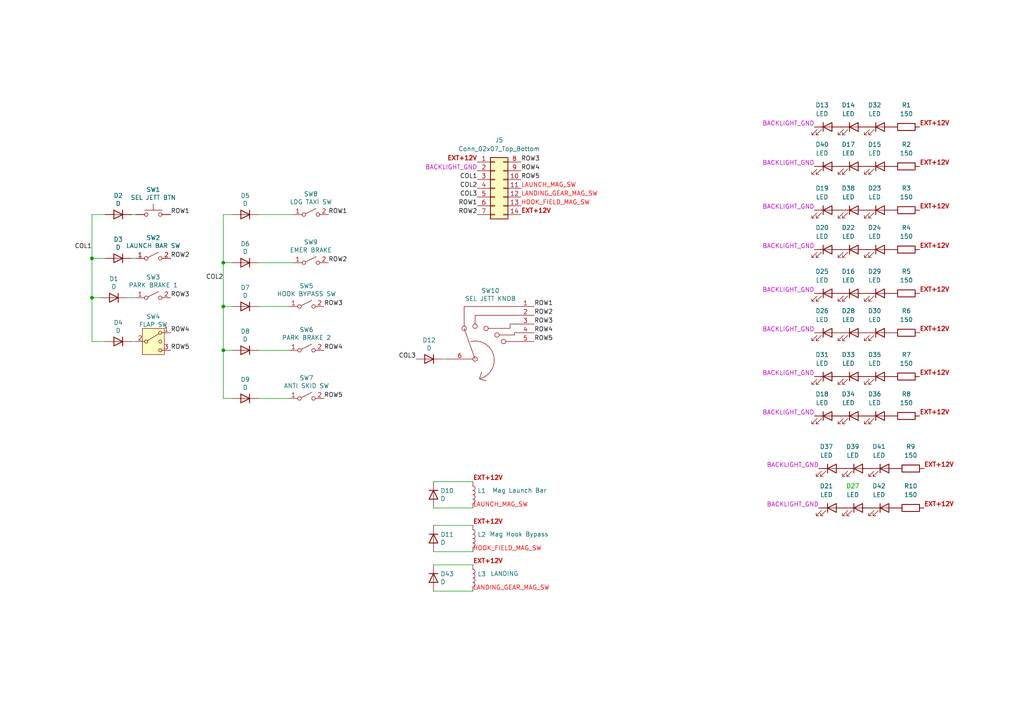
<source format=kicad_sch>
(kicad_sch (version 20231120) (generator "eeschema") (generator_version "8.0")
  (paper "A4")
  (lib_symbols
    (symbol "Connector_Generic:Conn_02x07_Top_Bottom" (pin_names (offset 1.016) hide)
      (property "Reference" "J" (at 1.27 10.16 0))
      (property "Value" "Conn_02x07_Top_Bottom" (at 1.27 -10.16 0))
      (symbol "Conn_02x07_Top_Bottom_1_1"
        (rectangle (start -1.27 -7.493) (end 0 -7.747) (stroke (width 0.1524)))
        (rectangle (start -1.27 -4.953) (end 0 -5.207) (stroke (width 0.1524)))
        (rectangle (start -1.27 -2.413) (end 0 -2.667) (stroke (width 0.1524)))
        (rectangle (start -1.27 0.127) (end 0 -0.127) (stroke (width 0.1524)))
        (rectangle (start -1.27 2.667) (end 0 2.413) (stroke (width 0.1524)))
        (rectangle (start -1.27 5.207) (end 0 4.953) (stroke (width 0.1524)))
        (rectangle (start -1.27 7.747) (end 0 7.493) (stroke (width 0.1524)))
        (rectangle (start -1.27 8.89) (end 3.81 -8.89) (stroke (width 0.254)) (fill (type background)))
        (rectangle (start 3.81 -7.493) (end 2.54 -7.747) (stroke (width 0.1524)))
        (rectangle (start 3.81 -4.953) (end 2.54 -5.207) (stroke (width 0.1524)))
        (rectangle (start 3.81 -2.413) (end 2.54 -2.667) (stroke (width 0.1524)))
        (rectangle (start 3.81 0.127) (end 2.54 -0.127) (stroke (width 0.1524)))
        (rectangle (start 3.81 2.667) (end 2.54 2.413) (stroke (width 0.1524)))
        (rectangle (start 3.81 5.207) (end 2.54 4.953) (stroke (width 0.1524)))
        (rectangle (start 3.81 7.747) (end 2.54 7.493) (stroke (width 0.1524)))
        (pin passive line (at -5.08 7.62 0) (length 3.81) (name "Pin_1") (number "1"))
        (pin passive line (at 7.62 2.54 180) (length 3.81) (name "Pin_10") (number "10"))
        (pin passive line (at 7.62 0 180) (length 3.81) (name "Pin_11") (number "11"))
        (pin passive line (at 7.62 -2.54 180) (length 3.81) (name "Pin_12") (number "12"))
        (pin passive line (at 7.62 -5.08 180) (length 3.81) (name "Pin_13") (number "13"))
        (pin passive line (at 7.62 -7.62 180) (length 3.81) (name "Pin_14") (number "14"))
        (pin passive line (at -5.08 5.08 0) (length 3.81) (name "Pin_2") (number "2"))
        (pin passive line (at -5.08 2.54 0) (length 3.81) (name "Pin_3") (number "3"))
        (pin passive line (at -5.08 0 0) (length 3.81) (name "Pin_4") (number "4"))
        (pin passive line (at -5.08 -2.54 0) (length 3.81) (name "Pin_5") (number "5"))
        (pin passive line (at -5.08 -5.08 0) (length 3.81) (name "Pin_6") (number "6"))
        (pin passive line (at -5.08 -7.62 0) (length 3.81) (name "Pin_7") (number "7"))
        (pin passive line (at 7.62 7.62 180) (length 3.81) (name "Pin_8") (number "8"))
        (pin passive line (at 7.62 5.08 180) (length 3.81) (name "Pin_9") (number "9"))
      )
    )
    (symbol "Device:D" (pin_numbers hide) (pin_names (offset 1.016) hide)
      (property "Reference" "D" (at 0 2.54 0))
      (property "Value" "D" (at 0 -2.54 0))
      (symbol "D_0_1"
        (polyline (pts (xy -1.27 1.27) (xy -1.27 -1.27)) (stroke (width 0.254)))
        (polyline (pts (xy 1.27 0) (xy -1.27 0)))
        (polyline (pts (xy 1.27 1.27) (xy 1.27 -1.27) (xy -1.27 0) (xy 1.27 1.27)) (stroke (width 0.254)))
      )
      (symbol "D_1_1"
        (pin passive line (at -3.81 0 0) (length 2.54) (name "K") (number "1"))
        (pin passive line (at 3.81 0 180) (length 2.54) (name "A") (number "2"))
      )
    )
    (symbol "Device:L" (pin_numbers hide) (pin_names (offset 1.016) hide)
      (property "Reference" "L" (at -1.27 0 90))
      (property "Value" "L" (at 1.905 0 90))
      (symbol "L_0_1"
        (arc (start 0 -2.54) (mid 0.6323 -1.905) (end 0 -1.27))
        (arc (start 0 -1.27) (mid 0.6323 -0.635) (end 0 0))
        (arc (start 0 0) (mid 0.6323 0.635) (end 0 1.27))
        (arc (start 0 1.27) (mid 0.6323 1.905) (end 0 2.54))
      )
      (symbol "L_1_1"
        (pin passive line (at 0 3.81 270) (length 1.27) (name "1") (number "1"))
        (pin passive line (at 0 -3.81 90) (length 1.27) (name "2") (number "2"))
      )
    )
    (symbol "Device:LED" (pin_numbers hide) (pin_names (offset 1.016) hide)
      (property "Reference" "D" (at 0 2.54 0))
      (property "Value" "LED" (at 0 -2.54 0))
      (symbol "LED_0_1"
        (polyline (pts (xy -1.27 -1.27) (xy -1.27 1.27)) (stroke (width 0.254)))
        (polyline (pts (xy -1.27 0) (xy 1.27 0)))
        (polyline (pts (xy 1.27 -1.27) (xy 1.27 1.27) (xy -1.27 0) (xy 1.27 -1.27)) (stroke (width 0.254)))
        (polyline (pts (xy -3.048 -0.762) (xy -4.572 -2.286) (xy -3.81 -2.286) (xy -4.572 -2.286) (xy -4.572 -1.524)))
        (polyline (pts (xy -1.778 -0.762) (xy -3.302 -2.286) (xy -2.54 -2.286) (xy -3.302 -2.286) (xy -3.302 -1.524)))
      )
      (symbol "LED_1_1"
        (pin passive line (at -3.81 0 0) (length 2.54) (name "K") (number "1"))
        (pin passive line (at 3.81 0 180) (length 2.54) (name "A") (number "2"))
      )
    )
    (symbol "Device:R" (pin_numbers hide) (pin_names (offset 0))
      (property "Reference" "R" (at 2.032 0 90))
      (property "Value" "R" (at 0 0 90))
      (symbol "R_0_1"
        (rectangle (start -1.016 -2.54) (end 1.016 2.54) (stroke (width 0.254)))
      )
      (symbol "R_1_1"
        (pin passive line (at 0 3.81 270) (length 1.27) (name "~") (number "1"))
        (pin passive line (at 0 -3.81 90) (length 1.27) (name "~") (number "2"))
      )
    )
    (symbol "Diode:1N4001" (pin_numbers hide) (pin_names hide)
      (property "Reference" "D" (at 0 2.54 0))
      (property "Value" "1N4001" (at 0 -2.54 0))
      (symbol "1N4001_0_1"
        (polyline (pts (xy -1.27 1.27) (xy -1.27 -1.27)) (stroke (width 0.254)))
        (polyline (pts (xy 1.27 0) (xy -1.27 0)))
        (polyline (pts (xy 1.27 1.27) (xy 1.27 -1.27) (xy -1.27 0) (xy 1.27 1.27)) (stroke (width 0.254)))
      )
      (symbol "1N4001_1_1"
        (pin passive line (at -3.81 0 0) (length 2.54) (name "K") (number "1"))
        (pin passive line (at 3.81 0 180) (length 2.54) (name "A") (number "2"))
      )
    )
    (symbol "PT_Symbol_Library_v001:SW_Rotary5" (pin_names (offset 1.016) hide)
      (property "Reference" "SW" (at 0 17.78 0))
      (property "Value" "PT_Symbol_Library_v001_SW_Rotary5" (at 0 -9.525 0))
      (symbol "SW_Rotary5_0_0"
        (circle (center -10.16 8.89) (radius 0.635))
        (circle (center -6.985 0) (radius 0.635))
        (circle (center -6.985 9.525) (radius 0.635))
        (arc (start -5.715 -5.715) (mid -1.5995 0.937) (end -8.255 5.08))
        (circle (center -3.81 8.89) (radius 0.635))
        (circle (center -0.635 6.985) (radius 0.635))
        (polyline (pts (xy -6.985 0) (xy -10.16 8.89)))
        (polyline (pts (xy -5.715 -5.715) (xy -5.08 -3.81)))
        (polyline (pts (xy -5.715 -5.715) (xy -3.81 -6.35)))
        (polyline (pts (xy 1.905 5.08) (xy 5.08 5.08)))
        (polyline (pts (xy -10.16 9.525) (xy -10.16 15.24) (xy 5.08 15.24)))
        (polyline (pts (xy -6.985 10.16) (xy -6.985 12.7) (xy 5.08 12.7)))
        (polyline (pts (xy -3.175 8.89) (xy 3.175 8.89) (xy 3.175 10.16) (xy 5.08 10.16)))
        (polyline (pts (xy 0 6.985) (xy 4.445 6.985) (xy 4.445 7.62) (xy 5.08 7.62)))
        (circle (center 1.27 5.08) (radius 0.635))
      )
      (symbol "SW_Rotary5_0_1"
        (pin passive line (at 10.16 15.24 180) (length 5.08) (name "1") (number "1"))
        (pin passive line (at 10.16 12.7 180) (length 5.08) (name "2") (number "2"))
        (pin passive line (at 10.16 10.16 180) (length 5.08) (name "3") (number "3"))
        (pin passive line (at 10.16 7.62 180) (length 5.08) (name "4") (number "4"))
        (pin passive line (at 10.16 5.08 180) (length 5.08) (name "5") (number "5"))
        (pin passive line (at -15.24 0 0) (length 7.62) (name "6") (number "6"))
      )
    )
    (symbol "Switch:SW_Push" (pin_numbers hide) (pin_names (offset 1.016) hide)
      (property "Reference" "SW" (at 1.27 2.54 0))
      (property "Value" "SW_Push" (at 0 -1.524 0))
      (symbol "SW_Push_0_1"
        (circle (center -2.032 0) (radius 0.508))
        (polyline (pts (xy 0 1.27) (xy 0 3.048)))
        (polyline (pts (xy 2.54 1.27) (xy -2.54 1.27)))
        (circle (center 2.032 0) (radius 0.508))
        (pin passive line (at -5.08 0 0) (length 2.54) (name "1") (number "1"))
        (pin passive line (at 5.08 0 180) (length 2.54) (name "2") (number "2"))
      )
    )
    (symbol "Switch:SW_SPDT_MSM" (pin_names (offset 0) hide)
      (property "Reference" "SW" (at 0 5.08 0))
      (property "Value" "SW_SPDT_MSM" (at 0 -5.08 0))
      (symbol "SW_SPDT_MSM_0_1"
        (circle (center -2.032 0) (radius 0.4572))
        (polyline (pts (xy -1.651 0.254) (xy 1.651 2.286)))
        (circle (center 2.032 -2.54) (radius 0.4572))
        (circle (center 2.032 0) (radius 0.4572))
        (circle (center 2.032 2.54) (radius 0.4572))
      )
      (symbol "SW_SPDT_MSM_1_1"
        (rectangle (start -3.175 3.81) (end 3.175 -3.81) (fill (type background)))
        (pin passive line (at 5.08 2.54 180) (length 2.54) (name "1") (number "1"))
        (pin passive line (at -5.08 0 0) (length 2.54) (name "3") (number "2"))
        (pin passive line (at 5.08 -2.54 180) (length 2.54) (name "4") (number "3"))
      )
    )
    (symbol "Switch:SW_SPST" (pin_names (offset 0) hide)
      (property "Reference" "SW" (at 0 3.175 0))
      (property "Value" "SW_SPST" (at 0 -2.54 0))
      (symbol "SW_SPST_0_0"
        (circle (center -2.032 0) (radius 0.508))
        (polyline (pts (xy -1.524 0.254) (xy 1.524 1.778)))
        (circle (center 2.032 0) (radius 0.508))
      )
      (symbol "SW_SPST_1_1"
        (pin passive line (at -5.08 0 0) (length 2.54) (name "A") (number "1"))
        (pin passive line (at 5.08 0 180) (length 2.54) (name "B") (number "2"))
      )
    )
  )
  (junction (at 26.67 86.36))
  (junction (at 64.77 76.2))
  (junction (at 64.77 101.6))
  (junction (at 26.67 74.93))
  (junction (at 64.77 88.9))
  (wire (pts (xy 85.09 76.2) (xy 74.93 76.2)))
  (wire (pts (xy 64.77 101.6) (xy 67.31 101.6)))
  (wire (pts (xy 129.54 104.14) (xy 128.27 104.14)))
  (wire (pts (xy 64.77 76.2) (xy 64.77 88.9)))
  (wire (pts (xy 137.16 171.45) (xy 125.73 171.45)))
  (wire (pts (xy 64.77 88.9) (xy 64.77 101.6)))
  (wire (pts (xy 85.09 62.23) (xy 74.93 62.23)))
  (wire (pts (xy 64.77 115.57) (xy 67.31 115.57)))
  (wire (pts (xy 39.37 86.36) (xy 36.83 86.36)))
  (wire (pts (xy 67.31 76.2) (xy 64.77 76.2)))
  (wire (pts (xy 137.16 139.7) (xy 125.73 139.7)))
  (wire (pts (xy 67.31 88.9) (xy 64.77 88.9)))
  (wire (pts (xy 30.48 62.23) (xy 26.67 62.23)))
  (wire (pts (xy 83.82 88.9) (xy 74.93 88.9)))
  (wire (pts (xy 67.31 62.23) (xy 64.77 62.23)))
  (wire (pts (xy 125.73 147.32) (xy 137.16 147.32)))
  (wire (pts (xy 125.73 163.83) (xy 137.16 163.83)))
  (wire (pts (xy 125.73 152.4) (xy 137.16 152.4)))
  (wire (pts (xy 26.67 99.06) (xy 30.48 99.06)))
  (wire (pts (xy 26.67 74.93) (xy 26.67 86.36)))
  (wire (pts (xy 26.67 86.36) (xy 29.21 86.36)))
  (wire (pts (xy 26.67 62.23) (xy 26.67 74.93)))
  (wire (pts (xy 137.16 160.02) (xy 125.73 160.02)))
  (wire (pts (xy 64.77 101.6) (xy 64.77 115.57)))
  (wire (pts (xy 26.67 86.36) (xy 26.67 99.06)))
  (wire (pts (xy 39.37 62.23) (xy 38.1 62.23)))
  (wire (pts (xy 83.82 101.6) (xy 74.93 101.6)))
  (wire (pts (xy 39.37 99.06) (xy 38.1 99.06)))
  (wire (pts (xy 39.37 74.93) (xy 38.1 74.93)))
  (wire (pts (xy 83.82 115.57) (xy 74.93 115.57)))
  (wire (pts (xy 30.48 74.93) (xy 26.67 74.93)))
  (wire (pts (xy 64.77 62.23) (xy 64.77 76.2)))
  (label "ROW1" (at 154.94 88.9 0))
  (label "COL3" (at 138.43 57.15 180))
  (label "ROW3" (at 154.94 93.98 0))
  (label "ROW3" (at 151.13 46.99 0))
  (label "BACKLIGHT_GND" (at 236.22 36.83 180))
  (label "COL2" (at 138.43 54.61 180))
  (label "EXT+12V" (at 138.43 46.99 180) (effects (font (thickness 0.254) (bold yes))))
  (label "ROW1" (at 95.25 62.23 0))
  (label "BACKLIGHT_GND" (at 236.22 109.22 180))
  (label "BACKLIGHT_GND" (at 236.22 48.26 180))
  (label "ROW2" (at 49.53 74.93 0))
  (label "EXT+12V" (at 266.7 48.26 0) (effects (font (thickness 0.254) (bold yes))))
  (label "ROW1" (at 138.43 59.69 180))
  (label "LAUNCH_MAG_SW" (at 151.13 54.61 0))
  (label "ROW3" (at 93.98 88.9 0))
  (label "BACKLIGHT_GND" (at 236.22 85.09 180))
  (label "ROW4" (at 93.98 101.6 0))
  (label "ROW4" (at 49.53 96.52 0))
  (label "ROW2" (at 95.25 76.2 0))
  (label "EXT+12V" (at 137.16 152.4 0) (effects (font (thickness 0.254) (bold yes))))
  (label "EXT+12V" (at 137.16 163.83 0) (effects (font (thickness 0.254) (bold yes))))
  (label "ROW5" (at 49.53 101.6 0))
  (label "EXT+12V" (at 266.7 96.52 0) (effects (font (thickness 0.254) (bold yes))))
  (label "EXT+12V" (at 151.13 62.23 0) (effects (font (thickness 0.254) (bold yes))))
  (label "EXT+12V" (at 137.16 139.7 0) (effects (font (thickness 0.254) (bold yes))))
  (label "HOOK_FIELD_MAG_SW" (at 151.13 59.69 0))
  (label "ROW4" (at 151.13 49.53 0))
  (label "LANDING_GEAR_MAG_SW" (at 137.16 171.45 0))
  (label "COL3" (at 120.65 104.14 180))
  (label "EXT+12V" (at 266.7 60.96 0) (effects (font (thickness 0.254) (bold yes))))
  (label "BACKLIGHT_GND" (at 138.43 49.53 180))
  (label "BACKLIGHT_GND" (at 236.22 96.52 180))
  (label "BACKLIGHT_GND" (at 237.49 147.32 180))
  (label "ROW2" (at 138.43 62.23 180))
  (label "BACKLIGHT_GND" (at 236.22 120.65 180))
  (label "EXT+12V" (at 266.7 36.83 0) (effects (font (thickness 0.254) (bold yes))))
  (label "EXT+12V" (at 267.97 135.89 0) (effects (font (thickness 0.254) (bold yes))))
  (label "BACKLIGHT_GND" (at 237.49 135.89 180))
  (label "EXT+12V" (at 267.97 147.32 0) (effects (font (thickness 0.254) (bold yes))))
  (label "EXT+12V" (at 266.7 120.65 0) (effects (font (thickness 0.254) (bold yes))))
  (label "EXT+12V" (at 266.7 85.09 0) (effects (font (thickness 0.254) (bold yes))))
  (label "COL1" (at 138.43 52.07 180))
  (label "HOOK_FIELD_MAG_SW" (at 137.16 160.02 0))
  (label "ROW2" (at 154.94 91.44 0))
  (label "LANDING_GEAR_MAG_SW" (at 151.13 57.15 0))
  (label "ROW5" (at 154.94 99.06 0))
  (label "COL2" (at 64.77 81.28 180))
  (label "ROW4" (at 154.94 96.52 0))
  (label "EXT+12V" (at 266.7 72.39 0) (effects (font (thickness 0.254) (bold yes))))
  (label "ROW5" (at 93.98 115.57 0))
  (label "COL1" (at 26.67 72.39 180))
  (label "ROW5" (at 151.13 52.07 0))
  (label "BACKLIGHT_GND" (at 236.22 60.96 180))
  (label "ROW3" (at 49.53 86.36 0))
  (label "BACKLIGHT_GND" (at 236.22 72.39 180))
  (label "EXT+12V" (at 266.7 109.22 0) (effects (font (thickness 0.254) (bold yes))))
  (label "ROW1" (at 49.53 62.23 0))
  (label "LAUNCH_MAG_SW" (at 137.16 147.32 0))
  (symbol (lib_id "Device:D") (at 34.29 74.93 0) (mirror y) (unit 1)
    (property "Reference" "D3" (at 34.29 69.4436 0))
    (property "Value" "D" (at 34.29 71.755 0))
    (property "Footprint" "Library:D_A-405_P7.62mm_Horizontal-SIGNAL" (effects (hide yes)))
  )
  (symbol (lib_id "Device:LED") (at 247.65 72.39 0) (unit 1)
    (property "Reference" "D22" (at 246.0625 66.04 0))
    (property "Value" "LED" (at 246.0625 68.58 0))
    (property "Footprint" "LED_THT:LED_D3.0mm_FlatTop" (effects (hide yes)))
  )
  (symbol (lib_id "Device:LED") (at 255.27 60.96 0) (unit 1)
    (property "Reference" "D23" (at 253.6825 54.61 0))
    (property "Value" "LED" (at 253.6825 57.15 0))
    (property "Footprint" "LED_THT:LED_D3.0mm_FlatTop" (effects (hide yes)))
  )
  (symbol (lib_id "Device:LED") (at 255.27 48.26 0) (unit 1)
    (property "Reference" "D15" (at 253.6825 41.91 0))
    (property "Value" "LED" (at 253.6825 44.45 0))
    (property "Footprint" "LED_THT:LED_D3.0mm_FlatTop" (effects (hide yes)))
  )
  (symbol (lib_id "Device:LED") (at 240.03 60.96 0) (unit 1)
    (property "Reference" "D19" (at 238.4425 54.61 0))
    (property "Value" "LED" (at 238.4425 57.15 0))
    (property "Footprint" "LED_THT:LED_D3.0mm_FlatTop" (effects (hide yes)))
  )
  (symbol (lib_id "Device:R") (at 262.89 48.26 90) (unit 1)
    (property "Reference" "R2" (at 262.89 41.91 90))
    (property "Value" "150" (at 262.89 44.45 90))
    (property "Footprint" "Resistor_THT:R_Axial_DIN0204_L3.6mm_D1.6mm_P7.62mm_Horizontal" (effects (hide yes)))
  )
  (symbol (lib_id "Device:LED") (at 255.27 85.09 0) (unit 1)
    (property "Reference" "D29" (at 253.6825 78.74 0))
    (property "Value" "LED" (at 253.6825 81.28 0))
    (property "Footprint" "LED_THT:LED_D3.0mm_FlatTop" (effects (hide yes)))
  )
  (symbol (lib_id "Device:LED") (at 247.65 36.83 0) (unit 1)
    (property "Reference" "D14" (at 246.0625 30.48 0))
    (property "Value" "LED" (at 246.0625 33.02 0))
    (property "Footprint" "LED_THT:LED_D3.0mm_FlatTop" (effects (hide yes)))
  )
  (symbol (lib_id "Device:LED") (at 256.54 135.89 0) (unit 1)
    (property "Reference" "D41" (at 254.9525 129.54 0))
    (property "Value" "LED" (at 254.9525 132.08 0))
    (property "Footprint" "LED_THT:LED_D3.0mm_FlatTop" (effects (hide yes)))
  )
  (symbol (lib_id "Device:D") (at 34.29 99.06 0) (mirror y) (unit 1)
    (property "Reference" "D4" (at 34.29 93.5736 0))
    (property "Value" "D" (at 34.29 95.885 0))
    (property "Footprint" "Library:D_A-405_P7.62mm_Horizontal-SIGNAL" (effects (hide yes)))
  )
  (symbol (lib_id "Device:LED") (at 240.03 36.83 0) (unit 1)
    (property "Reference" "D13" (at 238.4425 30.48 0))
    (property "Value" "LED" (at 238.4425 33.02 0))
    (property "Footprint" "LED_THT:LED_D3.0mm_FlatTop" (effects (hide yes)))
  )
  (symbol (lib_id "Device:LED") (at 255.27 72.39 0) (unit 1)
    (property "Reference" "D24" (at 253.6825 66.04 0))
    (property "Value" "LED" (at 253.6825 68.58 0))
    (property "Footprint" "LED_THT:LED_D3.0mm_FlatTop" (effects (hide yes)))
  )
  (symbol (lib_id "Device:L") (at 137.16 167.64 0) (unit 1)
    (property "Reference" "L3" (at 138.5062 166.4716 0) (effects (justify left)))
    (property "Value" "LANDING" (at 142.24 166.37 0) (effects (justify left)))
    (property "Footprint" "Connector_JST:JST_XH_B2B-XH-A_1x02_P2.50mm_Vertical" (effects (hide yes)))
  )
  (symbol (lib_id "Switch:SW_Push") (at 44.45 62.23 0) (unit 1)
    (property "Reference" "SW1" (at 44.45 54.991 0))
    (property "Value" "SEL JETT BTN" (at 44.45 57.3024 0))
    (property "Footprint" "Connector_JST:JST_XH_B2B-XH-A_1x02_P2.50mm_Vertical" (effects (hide yes)))
  )
  (symbol (lib_id "Device:R") (at 262.89 96.52 90) (unit 1)
    (property "Reference" "R6" (at 262.89 90.17 90))
    (property "Value" "150" (at 262.89 92.71 90))
    (property "Footprint" "Resistor_THT:R_Axial_DIN0204_L3.6mm_D1.6mm_P7.62mm_Horizontal" (effects (hide yes)))
  )
  (symbol (lib_id "Device:R") (at 264.16 135.89 90) (unit 1)
    (property "Reference" "R9" (at 264.16 129.54 90))
    (property "Value" "150" (at 264.16 132.08 90))
    (property "Footprint" "Resistor_THT:R_Axial_DIN0204_L3.6mm_D1.6mm_P7.62mm_Horizontal" (effects (hide yes)))
  )
  (symbol (lib_id "Device:LED") (at 255.27 96.52 0) (unit 1)
    (property "Reference" "D30" (at 253.6825 90.17 0))
    (property "Value" "LED" (at 253.6825 92.71 0))
    (property "Footprint" "LED_THT:LED_D3.0mm_FlatTop" (effects (hide yes)))
  )
  (symbol (lib_id "Device:LED") (at 255.27 109.22 0) (unit 1)
    (property "Reference" "D35" (at 253.6825 102.87 0))
    (property "Value" "LED" (at 253.6825 105.41 0))
    (property "Footprint" "LED_THT:LED_D3.0mm_FlatTop" (effects (hide yes)))
  )
  (symbol (lib_id "Device:LED") (at 248.92 147.32 0) (unit 1)
    (property "Reference" "D27" (at 247.3325 140.97 0))
    (property "Value" "LED" (at 247.3325 143.51 0))
    (property "Footprint" "LED_THT:LED_D3.0mm_FlatTop" (effects (hide yes)))
  )
  (symbol (lib_id "Device:D") (at 33.02 86.36 0) (mirror y) (unit 1)
    (property "Reference" "D1" (at 33.02 80.8736 0))
    (property "Value" "D" (at 33.02 83.185 0))
    (property "Footprint" "Library:D_A-405_P7.62mm_Horizontal-SIGNAL" (effects (hide yes)))
  )
  (symbol (lib_id "Device:D") (at 34.29 62.23 0) (mirror y) (unit 1)
    (property "Reference" "D2" (at 34.29 56.7436 0))
    (property "Value" "D" (at 34.29 59.055 0))
    (property "Footprint" "Library:D_A-405_P7.62mm_Horizontal-SIGNAL" (effects (hide yes)))
  )
  (symbol (lib_id "Device:D") (at 71.12 101.6 0) (mirror y) (unit 1)
    (property "Reference" "D8" (at 71.12 96.1136 0))
    (property "Value" "D" (at 71.12 98.425 0))
    (property "Footprint" "Library:D_A-405_P7.62mm_Horizontal-SIGNAL" (effects (hide yes)))
  )
  (symbol (lib_id "Switch:SW_SPST") (at 44.45 86.36 0) (unit 1)
    (property "Reference" "SW3" (at 44.45 80.391 0))
    (property "Value" "PARK BRAKE 1" (at 44.45 82.7024 0))
    (property "Footprint" "Connector_JST:JST_XH_B2B-XH-A_1x02_P2.50mm_Vertical" (effects (hide yes)))
  )
  (symbol (lib_id "Diode:1N4001") (at 125.73 167.64 90) (mirror x) (unit 1)
    (property "Reference" "D43" (at 127.7366 166.4716 90) (effects (justify right)))
    (property "Value" "D" (at 127.7366 168.783 90) (effects (justify right)))
    (property "Footprint" "Diode_THT:D_DO-41_SOD81_P10.16mm_Horizontal" (effects (hide yes)))
    (property "Datasheet" "http://www.vishay.com/docs/88503/1n4001.pdf" (effects (hide yes)))
  )
  (symbol (lib_id "Device:LED") (at 247.65 48.26 0) (unit 1)
    (property "Reference" "D17" (at 246.0625 41.91 0))
    (property "Value" "LED" (at 246.0625 44.45 0))
    (property "Footprint" "LED_THT:LED_D3.0mm_FlatTop" (effects (hide yes)))
  )
  (symbol (lib_id "Device:LED") (at 240.03 120.65 0) (unit 1)
    (property "Reference" "D18" (at 238.4425 114.3 0))
    (property "Value" "LED" (at 238.4425 116.84 0))
    (property "Footprint" "LED_THT:LED_D3.0mm_FlatTop" (effects (hide yes)))
  )
  (symbol (lib_id "PT_Symbol_Library_v001:SW_Rotary5") (at 144.78 104.14 0) (unit 1)
    (property "Reference" "SW10" (at 142.24 84.3026 0))
    (property "Value" "SEL JETT KNOB" (at 142.24 86.614 0))
    (property "Footprint" "Connector_JST:JST_XH_B6B-XH-A_1x06_P2.50mm_Vertical" (effects (hide yes)))
    (property "Datasheet" "http://cdn-reichelt.de/documents/datenblatt/C200/DS-Serie%23LOR.pdf" (effects (hide yes)))
  )
  (symbol (lib_id "Switch:SW_SPST") (at 90.17 76.2 0) (unit 1)
    (property "Reference" "SW9" (at 90.17 70.231 0))
    (property "Value" "EMER BRAKE" (at 90.17 72.5424 0))
    (property "Footprint" "Connector_JST:JST_XH_B2B-XH-A_1x02_P2.50mm_Vertical" (effects (hide yes)))
  )
  (symbol (lib_id "Device:LED") (at 240.03 96.52 0) (unit 1)
    (property "Reference" "D26" (at 238.4425 90.17 0))
    (property "Value" "LED" (at 238.4425 92.71 0))
    (property "Footprint" "LED_THT:LED_D3.0mm_FlatTop" (effects (hide yes)))
  )
  (symbol (lib_id "Device:R") (at 262.89 109.22 90) (unit 1)
    (property "Reference" "R7" (at 262.89 102.87 90))
    (property "Value" "150" (at 262.89 105.41 90))
    (property "Footprint" "Resistor_THT:R_Axial_DIN0204_L3.6mm_D1.6mm_P7.62mm_Horizontal" (effects (hide yes)))
  )
  (symbol (lib_id "Device:LED") (at 255.27 36.83 0) (unit 1)
    (property "Reference" "D32" (at 253.6825 30.48 0))
    (property "Value" "LED" (at 253.6825 33.02 0))
    (property "Footprint" "LED_THT:LED_D3.0mm_FlatTop" (effects (hide yes)))
  )
  (symbol (lib_id "Device:L") (at 137.16 143.51 0) (unit 1)
    (property "Reference" "L1" (at 138.4808 142.3416 0) (effects (justify left)))
    (property "Value" "Mag Launch Bar" (at 142.748 142.24 0) (effects (justify left)))
    (property "Footprint" "Connector_JST:JST_XH_B2B-XH-A_1x02_P2.50mm_Vertical" (effects (hide yes)))
  )
  (symbol (lib_id "Device:LED") (at 240.03 48.26 0) (unit 1)
    (property "Reference" "D40" (at 238.4425 41.91 0))
    (property "Value" "LED" (at 238.4425 44.45 0))
    (property "Footprint" "LED_THT:LED_D3.0mm_FlatTop" (effects (hide yes)))
  )
  (symbol (lib_id "Device:LED") (at 248.92 135.89 0) (unit 1)
    (property "Reference" "D39" (at 247.3325 129.54 0))
    (property "Value" "LED" (at 247.3325 132.08 0))
    (property "Footprint" "LED_THT:LED_D3.0mm_FlatTop" (effects (hide yes)))
  )
  (symbol (lib_id "Device:LED") (at 256.54 147.32 0) (unit 1)
    (property "Reference" "D42" (at 254.9525 140.97 0))
    (property "Value" "LED" (at 254.9525 143.51 0))
    (property "Footprint" "LED_THT:LED_D3.0mm_FlatTop" (effects (hide yes)))
  )
  (symbol (lib_id "Switch:SW_SPDT_MSM") (at 44.45 99.06 0) (unit 1)
    (property "Reference" "SW4" (at 44.45 91.821 0))
    (property "Value" "FLAP SW" (at 44.45 94.1324 0))
    (property "Footprint" "Connector_JST:JST_XH_B3B-XH-A_1x03_P2.50mm_Vertical" (effects (hide yes)))
  )
  (symbol (lib_id "Device:D") (at 71.12 115.57 0) (mirror y) (unit 1)
    (property "Reference" "D9" (at 71.12 110.0836 0))
    (property "Value" "D" (at 71.12 112.395 0))
    (property "Footprint" "Library:D_A-405_P7.62mm_Horizontal-SIGNAL" (effects (hide yes)))
  )
  (symbol (lib_id "Device:LED") (at 240.03 85.09 0) (unit 1)
    (property "Reference" "D25" (at 238.4425 78.74 0))
    (property "Value" "LED" (at 238.4425 81.28 0))
    (property "Footprint" "LED_THT:LED_D3.0mm_FlatTop" (effects (hide yes)))
  )
  (symbol (lib_id "Device:D") (at 71.12 62.23 0) (mirror y) (unit 1)
    (property "Reference" "D5" (at 71.12 56.7436 0))
    (property "Value" "D" (at 71.12 59.055 0))
    (property "Footprint" "Library:D_A-405_P7.62mm_Horizontal-SIGNAL" (effects (hide yes)))
  )
  (symbol (lib_id "Device:R") (at 264.16 147.32 90) (unit 1)
    (property "Reference" "R10" (at 264.16 140.97 90))
    (property "Value" "150" (at 264.16 143.51 90))
    (property "Footprint" "Resistor_THT:R_Axial_DIN0204_L3.6mm_D1.6mm_P7.62mm_Horizontal" (effects (hide yes)))
  )
  (symbol (lib_id "Device:LED") (at 255.27 120.65 0) (unit 1)
    (property "Reference" "D36" (at 253.6825 114.3 0))
    (property "Value" "LED" (at 253.6825 116.84 0))
    (property "Footprint" "LED_THT:LED_D3.0mm_FlatTop" (effects (hide yes)))
  )
  (symbol (lib_id "Device:LED") (at 241.3 147.32 0) (unit 1)
    (property "Reference" "D21" (at 239.7125 140.97 0))
    (property "Value" "LED" (at 239.7125 143.51 0))
    (property "Footprint" "LED_THT:LED_D3.0mm_FlatTop" (effects (hide yes)))
  )
  (symbol (lib_id "Device:LED") (at 247.65 120.65 0) (unit 1)
    (property "Reference" "D34" (at 246.0625 114.3 0))
    (property "Value" "LED" (at 246.0625 116.84 0))
    (property "Footprint" "LED_THT:LED_D3.0mm_FlatTop" (effects (hide yes)))
  )
  (symbol (lib_id "Device:R") (at 262.89 120.65 90) (unit 1)
    (property "Reference" "R8" (at 262.89 114.3 90))
    (property "Value" "150" (at 262.89 116.84 90))
    (property "Footprint" "Resistor_THT:R_Axial_DIN0204_L3.6mm_D1.6mm_P7.62mm_Horizontal" (effects (hide yes)))
  )
  (symbol (lib_id "Switch:SW_SPST") (at 90.17 62.23 0) (unit 1)
    (property "Reference" "SW8" (at 90.17 56.261 0))
    (property "Value" "LDG TAXI SW" (at 90.17 58.5724 0))
    (property "Footprint" "Connector_JST:JST_XH_B2B-XH-A_1x02_P2.50mm_Vertical" (effects (hide yes)))
  )
  (symbol (lib_id "Connector_Generic:Conn_02x07_Top_Bottom") (at 143.51 54.61 0) (unit 1)
    (property "Reference" "J5" (at 144.78 40.64 0))
    (property "Value" "Conn_02x07_Top_Bottom" (at 144.78 43.18 0))
    (property "Footprint" "Connector_IDC:IDC-Header_2x07_P2.54mm_Vertical" (effects (hide yes)))
    (property "Description" "Generic connector, double row, 02x07, top/bottom pin numbering scheme (row 1: 1...pins_per_row, row2: pins_per_row+1 ... num_pins), script generated (kicad-library-utils/schlib/autogen/connector/)" (effects (hide yes)))
  )
  (symbol (lib_id "Device:LED") (at 241.3 135.89 0) (unit 1)
    (property "Reference" "D37" (at 239.7125 129.54 0))
    (property "Value" "LED" (at 239.7125 132.08 0))
    (property "Footprint" "LED_THT:LED_D3.0mm_FlatTop" (effects (hide yes)))
  )
  (symbol (lib_id "Device:R") (at 262.89 85.09 90) (unit 1)
    (property "Reference" "R5" (at 262.89 78.74 90))
    (property "Value" "150" (at 262.89 81.28 90))
    (property "Footprint" "Resistor_THT:R_Axial_DIN0204_L3.6mm_D1.6mm_P7.62mm_Horizontal" (effects (hide yes)))
  )
  (symbol (lib_id "Device:L") (at 137.16 156.21 0) (unit 1)
    (property "Reference" "L2" (at 138.5062 155.0416 0) (effects (justify left)))
    (property "Value" "Mag Hook Bypass" (at 141.986 154.94 0) (effects (justify left)))
    (property "Footprint" "Connector_JST:JST_XH_B2B-XH-A_1x02_P2.50mm_Vertical" (effects (hide yes)))
  )
  (symbol (lib_id "Device:LED") (at 247.65 109.22 0) (unit 1)
    (property "Reference" "D33" (at 246.0625 102.87 0))
    (property "Value" "LED" (at 246.0625 105.41 0))
    (property "Footprint" "LED_THT:LED_D3.0mm_FlatTop" (effects (hide yes)))
  )
  (symbol (lib_id "Device:LED") (at 240.03 109.22 0) (unit 1)
    (property "Reference" "D31" (at 238.4425 102.87 0))
    (property "Value" "LED" (at 238.4425 105.41 0))
    (property "Footprint" "LED_THT:LED_D3.0mm_FlatTop" (effects (hide yes)))
  )
  (symbol (lib_id "Switch:SW_SPST") (at 88.9 115.57 0) (unit 1)
    (property "Reference" "SW7" (at 88.9 109.601 0))
    (property "Value" "ANTI SKID SW" (at 88.9 111.9124 0))
    (property "Footprint" "Connector_JST:JST_XH_B2B-XH-A_1x02_P2.50mm_Vertical" (effects (hide yes)))
  )
  (symbol (lib_id "Diode:1N4001") (at 125.73 156.21 90) (mirror x) (unit 1)
    (property "Reference" "D11" (at 127.7366 155.0416 90) (effects (justify right)))
    (property "Value" "D" (at 127.7366 157.353 90) (effects (justify right)))
    (property "Footprint" "Diode_THT:D_DO-41_SOD81_P10.16mm_Horizontal" (effects (hide yes)))
    (property "Datasheet" "http://www.vishay.com/docs/88503/1n4001.pdf" (effects (hide yes)))
  )
  (symbol (lib_id "Switch:SW_SPST") (at 88.9 88.9 0) (unit 1)
    (property "Reference" "SW5" (at 88.9 82.931 0))
    (property "Value" "HOOK BYPASS SW" (at 88.9 85.2424 0))
    (property "Footprint" "Connector_JST:JST_XH_B2B-XH-A_1x02_P2.50mm_Vertical" (effects (hide yes)))
  )
  (symbol (lib_id "Device:D") (at 124.46 104.14 0) (mirror y) (unit 1)
    (property "Reference" "D12" (at 124.46 98.6536 0))
    (property "Value" "D" (at 124.46 100.965 0))
    (property "Footprint" "Library:D_A-405_P7.62mm_Horizontal-SIGNAL" (effects (hide yes)))
  )
  (symbol (lib_id "Switch:SW_SPST") (at 44.45 74.93 0) (unit 1)
    (property "Reference" "SW2" (at 44.45 68.961 0))
    (property "Value" "LAUNCH BAR SW" (at 44.45 71.2724 0))
    (property "Footprint" "Connector_JST:JST_XH_B2B-XH-A_1x02_P2.50mm_Vertical" (effects (hide yes)))
  )
  (symbol (lib_id "Device:R") (at 262.89 60.96 90) (unit 1)
    (property "Reference" "R3" (at 262.89 54.61 90))
    (property "Value" "150" (at 262.89 57.15 90))
    (property "Footprint" "Resistor_THT:R_Axial_DIN0204_L3.6mm_D1.6mm_P7.62mm_Horizontal" (effects (hide yes)))
  )
  (symbol (lib_id "Device:R") (at 262.89 36.83 90) (unit 1)
    (property "Reference" "R1" (at 262.89 30.48 90))
    (property "Value" "150" (at 262.89 33.02 90))
    (property "Footprint" "Resistor_THT:R_Axial_DIN0204_L3.6mm_D1.6mm_P7.62mm_Horizontal" (effects (hide yes)))
  )
  (symbol (lib_id "Switch:SW_SPST") (at 88.9 101.6 0) (unit 1)
    (property "Reference" "SW6" (at 88.9 95.631 0))
    (property "Value" "PARK BRAKE 2" (at 88.9 97.9424 0))
    (property "Footprint" "Connector_JST:JST_XH_B2B-XH-A_1x02_P2.50mm_Vertical" (effects (hide yes)))
  )
  (symbol (lib_id "Device:D") (at 71.12 88.9 0) (mirror y) (unit 1)
    (property "Reference" "D7" (at 71.12 83.4136 0))
    (property "Value" "D" (at 71.12 85.725 0))
    (property "Footprint" "Library:D_A-405_P7.62mm_Horizontal-SIGNAL" (effects (hide yes)))
  )
  (symbol (lib_id "Diode:1N4001") (at 125.73 143.51 90) (mirror x) (unit 1)
    (property "Reference" "D10" (at 127.7366 142.3416 90) (effects (justify right)))
    (property "Value" "D" (at 127.7366 144.653 90) (effects (justify right)))
    (property "Footprint" "Diode_THT:D_DO-41_SOD81_P10.16mm_Horizontal" (effects (hide yes)))
    (property "Datasheet" "http://www.vishay.com/docs/88503/1n4001.pdf" (effects (hide yes)))
  )
  (symbol (lib_id "Device:D") (at 71.12 76.2 0) (mirror y) (unit 1)
    (property "Reference" "D6" (at 71.12 70.7136 0))
    (property "Value" "D" (at 71.12 73.025 0))
    (property "Footprint" "Library:D_A-405_P7.62mm_Horizontal-SIGNAL" (effects (hide yes)))
  )
  (symbol (lib_id "Device:LED") (at 247.65 60.96 0) (unit 1)
    (property "Reference" "D38" (at 246.0625 54.61 0))
    (property "Value" "LED" (at 246.0625 57.15 0))
    (property "Footprint" "LED_THT:LED_D3.0mm_FlatTop" (effects (hide yes)))
  )
  (symbol (lib_id "Device:LED") (at 247.65 96.52 0) (unit 1)
    (property "Reference" "D28" (at 246.0625 90.17 0))
    (property "Value" "LED" (at 246.0625 92.71 0))
    (property "Footprint" "LED_THT:LED_D3.0mm_FlatTop" (effects (hide yes)))
  )
  (symbol (lib_id "Device:LED") (at 247.65 85.09 0) (unit 1)
    (property "Reference" "D16" (at 246.0625 78.74 0))
    (property "Value" "LED" (at 246.0625 81.28 0))
    (property "Footprint" "LED_THT:LED_D3.0mm_FlatTop" (effects (hide yes)))
  )
  (symbol (lib_id "Device:R") (at 262.89 72.39 90) (unit 1)
    (property "Reference" "R4" (at 262.89 66.04 90))
    (property "Value" "150" (at 262.89 68.58 90))
    (property "Footprint" "Resistor_THT:R_Axial_DIN0204_L3.6mm_D1.6mm_P7.62mm_Horizontal" (effects (hide yes)))
  )
  (symbol (lib_id "Device:LED") (at 240.03 72.39 0) (unit 1)
    (property "Reference" "D20" (at 238.4425 66.04 0))
    (property "Value" "LED" (at 238.4425 68.58 0))
    (property "Footprint" "LED_THT:LED_D3.0mm_FlatTop" (effects (hide yes)))
  )
)
</source>
